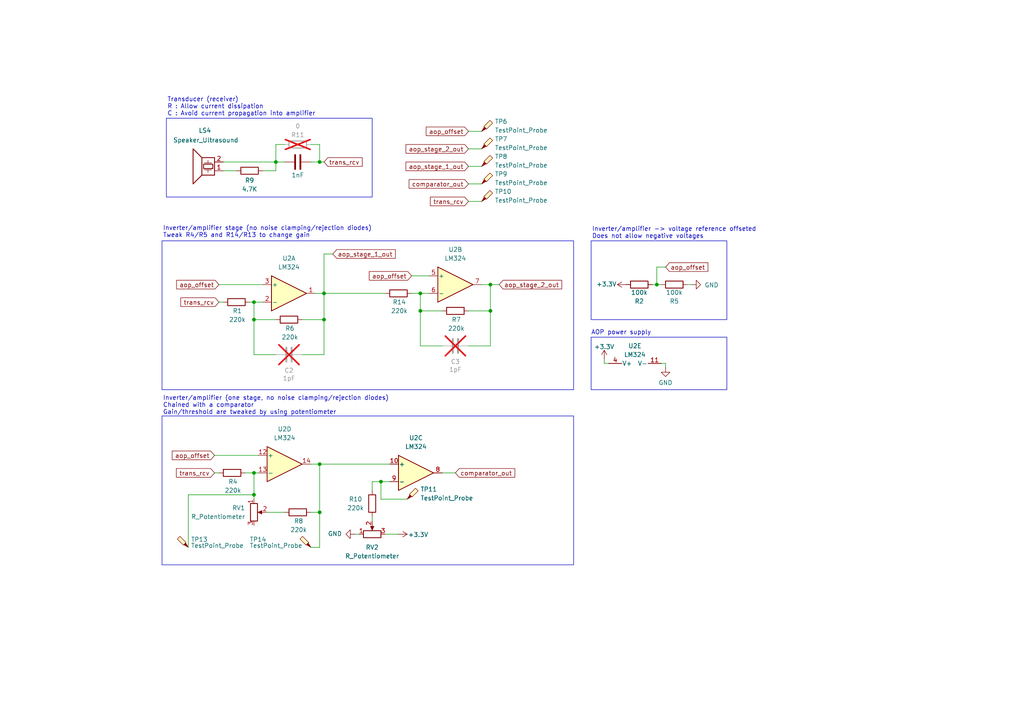
<source format=kicad_sch>
(kicad_sch (version 20250114) (generator "eeschema") (generator_version "9.0")
  (paper "A4")
  (lib_symbols
    (symbol "Amplifier_Operational:LM324" (pin_names (offset 0.127))
      (property "Reference" "U" (at 0 5.08 0))
      (property "Value" "LM324" (at 0 -5.08 0))
      (symbol "LM324_1_1"
        (polyline (pts (xy -5.08 5.08) (xy 5.08 0) (xy -5.08 -5.08) (xy -5.08 5.08)) (stroke (width 0.254)) (fill (type background)))
        (pin input line (at -7.62 2.54 0) (length 2.54) (name "+") (number "3"))
        (pin input line (at -7.62 -2.54 0) (length 2.54) (name "-") (number "2"))
        (pin output line (at 7.62 0 180) (length 2.54) (name "~") (number "1"))
      )
      (symbol "LM324_2_1"
        (polyline (pts (xy -5.08 5.08) (xy 5.08 0) (xy -5.08 -5.08) (xy -5.08 5.08)) (stroke (width 0.254)) (fill (type background)))
        (pin input line (at -7.62 2.54 0) (length 2.54) (name "+") (number "5"))
        (pin input line (at -7.62 -2.54 0) (length 2.54) (name "-") (number "6"))
        (pin output line (at 7.62 0 180) (length 2.54) (name "~") (number "7"))
      )
      (symbol "LM324_3_1"
        (polyline (pts (xy -5.08 5.08) (xy 5.08 0) (xy -5.08 -5.08) (xy -5.08 5.08)) (stroke (width 0.254)) (fill (type background)))
        (pin input line (at -7.62 2.54 0) (length 2.54) (name "+") (number "10"))
        (pin input line (at -7.62 -2.54 0) (length 2.54) (name "-") (number "9"))
        (pin output line (at 7.62 0 180) (length 2.54) (name "~") (number "8"))
      )
      (symbol "LM324_4_1"
        (polyline (pts (xy -5.08 5.08) (xy 5.08 0) (xy -5.08 -5.08) (xy -5.08 5.08)) (stroke (width 0.254)) (fill (type background)))
        (pin input line (at -7.62 2.54 0) (length 2.54) (name "+") (number "12"))
        (pin input line (at -7.62 -2.54 0) (length 2.54) (name "-") (number "13"))
        (pin output line (at 7.62 0 180) (length 2.54) (name "~") (number "14"))
      )
      (symbol "LM324_5_1"
        (pin power_in line (at -2.54 7.62 270) (length 3.81) (name "V+") (number "4"))
        (pin power_in line (at -2.54 -7.62 90) (length 3.81) (name "V-") (number "11"))
      )
    )
    (symbol "Connector:TestPoint_Probe" (pin_numbers (hide yes)) (pin_names (offset 0.762) (hide yes))
      (property "Reference" "TP" (at 1.651 5.842 0))
      (property "Value" "TestPoint_Probe" (at 1.651 4.064 0))
      (symbol "TestPoint_Probe_0_1"
        (polyline (pts (xy 1.27 0.762) (xy 0 0) (xy 0.762 1.27) (xy 1.27 0.762)) (fill (type outline)))
        (polyline (pts (xy 1.397 0.635) (xy 0.635 1.397) (xy 2.413 3.175) (xy 3.175 2.413) (xy 1.397 0.635)) (fill (type background)))
      )
      (symbol "TestPoint_Probe_1_1"
        (pin passive line (at 0 0 90) (length 0) (name "1") (number "1"))
      )
    )
    (symbol "Device:C" (pin_numbers (hide yes)) (pin_names (offset 0.254))
      (property "Reference" "C" (at 0.635 2.54 0))
      (property "Value" "C" (at 0.635 -2.54 0))
      (symbol "C_0_1"
        (polyline (pts (xy -2.032 0.762) (xy 2.032 0.762)) (stroke (width 0.508)))
        (polyline (pts (xy -2.032 -0.762) (xy 2.032 -0.762)) (stroke (width 0.508)))
      )
      (symbol "C_1_1"
        (pin passive line (at 0 3.81 270) (length 2.794) (name "~") (number "1"))
        (pin passive line (at 0 -3.81 90) (length 2.794) (name "~") (number "2"))
      )
    )
    (symbol "Device:R" (pin_numbers (hide yes)) (pin_names (offset 0))
      (property "Reference" "R" (at 2.032 0 90))
      (property "Value" "R" (at 0 0 90))
      (symbol "R_0_1"
        (rectangle (start -1.016 -2.54) (end 1.016 2.54) (stroke (width 0.254)))
      )
      (symbol "R_1_1"
        (pin passive line (at 0 3.81 270) (length 1.27) (name "~") (number "1"))
        (pin passive line (at 0 -3.81 90) (length 1.27) (name "~") (number "2"))
      )
    )
    (symbol "Device:R_Potentiometer" (pin_names (offset 1.016) (hide yes))
      (property "Reference" "RV" (at -4.445 0 90))
      (property "Value" "R_Potentiometer" (at -2.54 0 90))
      (symbol "R_Potentiometer_0_1"
        (rectangle (start 1.016 2.54) (end -1.016 -2.54) (stroke (width 0.254)))
        (polyline (pts (xy 1.143 0) (xy 2.286 0.508) (xy 2.286 -0.508) (xy 1.143 0)) (fill (type outline)))
        (polyline (pts (xy 2.54 0) (xy 1.524 0)))
      )
      (symbol "R_Potentiometer_1_1"
        (pin passive line (at 0 3.81 270) (length 1.27) (name "1") (number "1"))
        (pin passive line (at 0 -3.81 90) (length 1.27) (name "3") (number "3"))
        (pin passive line (at 3.81 0 180) (length 1.27) (name "2") (number "2"))
      )
    )
    (symbol "Device:Speaker_Ultrasound" (pin_names (offset 0) (hide yes))
      (property "Reference" "LS" (at 0.635 5.715 0))
      (property "Value" "Speaker_Ultrasound" (at 0.635 3.81 0))
      (symbol "Speaker_Ultrasound_0_0"
        (rectangle (start -2.54 1.27) (end 1.143 -3.81) (stroke (width 0.254)))
        (rectangle (start -2.032 -0.635) (end 0.635 -1.905) (stroke (width 0.254)))
        (polyline (pts (xy -1.651 -0.254) (xy 0.381 -0.254)))
        (polyline (pts (xy -1.651 -2.286) (xy 0.381 -2.286)))
        (polyline (pts (xy -0.635 -0.254) (xy -0.635 0.508)))
        (polyline (pts (xy -0.635 -2.286) (xy -0.635 -3.048)))
        (polyline (pts (xy 1.143 1.27) (xy 3.683 3.81) (xy 3.683 -6.35) (xy 1.143 -3.81)) (stroke (width 0.254)))
      )
      (symbol "Speaker_Ultrasound_1_1"
        (pin input line (at -5.08 0 0) (length 2.54) (name "1") (number "1"))
        (pin input line (at -5.08 -2.54 0) (length 2.54) (name "2") (number "2"))
      )
    )
    (symbol "power:+3.3V" (power) (pin_numbers (hide yes)) (pin_names (offset 0) (hide yes))
      (property "Value" "+3.3V" (at 0 3.556 0))
      (symbol "+3.3V_0_1"
        (polyline (pts (xy -0.762 1.27) (xy 0 2.54)))
        (polyline (pts (xy 0 2.54) (xy 0.762 1.27)))
        (polyline (pts (xy 0 0) (xy 0 2.54)))
      )
      (symbol "+3.3V_1_1"
        (pin power_in line (at 0 0 90) (length 0) (name "~") (number "1"))
      )
    )
    (symbol "power:GND" (power) (pin_numbers (hide yes)) (pin_names (offset 0) (hide yes))
      (property "Value" "GND" (at 0 -3.81 0))
      (symbol "GND_0_1"
        (polyline (pts (xy 0 0) (xy 0 -1.27) (xy 1.27 -1.27) (xy 0 -2.54) (xy -1.27 -1.27) (xy 0 -1.27)))
      )
      (symbol "GND_1_1"
        (pin power_in line (at 0 0 270) (length 0) (name "~") (number "1"))
      )
    )
  )
  (rectangle (start 171.45 69.85) (end 210.82 92.71))
  (rectangle (start 46.99 120.65) (end 166.37 163.83))
  (rectangle (start 171.45 97.79) (end 210.82 113.03))
  (rectangle (start 48.26 34.29) (end 107.95 57.15))
  (rectangle (start 46.99 69.85) (end 166.37 113.03))
  (text "Inverter/amplifier -> voltage reference offseted\nDoes not allow negative voltages" (at 171.704 67.564 0) (effects (font (size 1.27 1.27)) (justify left)))
  (text "Inverter/amplifier (one stage, no noise clamping/rejection diodes)\nChained with a comparator\nGain/threshold are tweaked by using potentiometer" (at 47.244 117.602 0) (effects (font (size 1.27 1.27)) (justify left)))
  (text "AOP power supply" (at 171.45 96.52 0) (effects (font (size 1.27 1.27)) (justify left)))
  (text "Inverter/amplifier stage (no noise clamping/rejection diodes)\nTweak R4/R5 and R14/R13 to change gain" (at 47.244 67.31 0) (effects (font (size 1.27 1.27)) (justify left)))
  (text "Transducer (receiver)\nR : Allow current dissipation\nC : Avoid current propagation into amplifier" (at 48.514 30.988 0) (effects (font (size 1.27 1.27)) (justify left)))
  (junction (at 73.66 143.51))
  (junction (at 121.92 85.09))
  (junction (at 190.5 82.55))
  (junction (at 80.01 46.99))
  (junction (at 142.24 82.55))
  (junction (at 92.71 134.62))
  (junction (at 93.98 85.09))
  (junction (at 142.24 90.17))
  (junction (at 73.66 87.63))
  (junction (at 92.71 148.59))
  (junction (at 73.66 137.16))
  (junction (at 92.71 46.99))
  (junction (at 121.92 90.17))
  (junction (at 73.66 92.71))
  (junction (at 93.98 92.71))
  (junction (at 110.49 139.7))
  (wire (pts (xy 121.92 90.17) (xy 128.27 90.17)))
  (wire (pts (xy 102.87 154.94) (xy 104.14 154.94)))
  (wire (pts (xy 62.23 137.16) (xy 63.5 137.16)))
  (wire (pts (xy 119.38 85.09) (xy 121.92 85.09)))
  (wire (pts (xy 73.66 102.87) (xy 73.66 92.71)))
  (wire (pts (xy 72.39 87.63) (xy 73.66 87.63)))
  (wire (pts (xy 135.89 58.42) (xy 139.7 58.42)))
  (wire (pts (xy 80.01 102.87) (xy 73.66 102.87)))
  (wire (pts (xy 107.95 151.13) (xy 107.95 149.86)))
  (wire (pts (xy 110.49 144.78) (xy 110.49 139.7)))
  (wire (pts (xy 77.47 148.59) (xy 82.55 148.59)))
  (wire (pts (xy 54.61 158.75) (xy 54.61 143.51)))
  (wire (pts (xy 93.98 102.87) (xy 93.98 92.71)))
  (wire (pts (xy 135.89 38.1) (xy 139.7 38.1)))
  (wire (pts (xy 63.5 82.55) (xy 76.2 82.55)))
  (wire (pts (xy 92.71 148.59) (xy 90.17 148.59)))
  (wire (pts (xy 63.5 87.63) (xy 64.77 87.63)))
  (wire (pts (xy 142.24 90.17) (xy 142.24 82.55)))
  (wire (pts (xy 62.23 132.08) (xy 74.93 132.08)))
  (wire (pts (xy 139.7 82.55) (xy 142.24 82.55)))
  (wire (pts (xy 142.24 82.55) (xy 144.78 82.55)))
  (wire (pts (xy 190.5 77.47) (xy 193.04 77.47)))
  (wire (pts (xy 135.89 90.17) (xy 142.24 90.17)))
  (wire (pts (xy 93.98 73.66) (xy 96.52 73.66)))
  (wire (pts (xy 135.89 100.33) (xy 142.24 100.33)))
  (wire (pts (xy 80.01 49.53) (xy 80.01 46.99)))
  (wire (pts (xy 73.66 87.63) (xy 73.66 92.71)))
  (wire (pts (xy 92.71 134.62) (xy 113.03 134.62)))
  (wire (pts (xy 110.49 139.7) (xy 113.03 139.7)))
  (wire (pts (xy 73.66 137.16) (xy 74.93 137.16)))
  (wire (pts (xy 135.89 43.18) (xy 139.7 43.18)))
  (wire (pts (xy 93.98 92.71) (xy 93.98 85.09)))
  (wire (pts (xy 193.04 105.41) (xy 193.04 106.68)))
  (wire (pts (xy 190.5 82.55) (xy 191.77 82.55)))
  (wire (pts (xy 107.95 139.7) (xy 110.49 139.7)))
  (wire (pts (xy 73.66 143.51) (xy 73.66 144.78)))
  (wire (pts (xy 73.66 87.63) (xy 76.2 87.63)))
  (wire (pts (xy 135.89 53.34) (xy 139.7 53.34)))
  (wire (pts (xy 107.95 142.24) (xy 107.95 139.7)))
  (wire (pts (xy 93.98 73.66) (xy 93.98 85.09)))
  (wire (pts (xy 54.61 143.51) (xy 73.66 143.51)))
  (wire (pts (xy 119.38 80.01) (xy 124.46 80.01)))
  (wire (pts (xy 175.26 105.41) (xy 176.53 105.41)))
  (wire (pts (xy 80.01 46.99) (xy 80.01 41.91)))
  (wire (pts (xy 175.26 105.41) (xy 175.26 104.14)))
  (wire (pts (xy 111.76 154.94) (xy 115.57 154.94)))
  (wire (pts (xy 92.71 134.62) (xy 90.17 134.62)))
  (wire (pts (xy 121.92 85.09) (xy 124.46 85.09)))
  (wire (pts (xy 142.24 100.33) (xy 142.24 90.17)))
  (wire (pts (xy 90.17 41.91) (xy 92.71 41.91)))
  (wire (pts (xy 87.63 102.87) (xy 93.98 102.87)))
  (wire (pts (xy 92.71 158.75) (xy 90.17 158.75)))
  (wire (pts (xy 64.77 49.53) (xy 68.58 49.53)))
  (wire (pts (xy 90.17 46.99) (xy 92.71 46.99)))
  (wire (pts (xy 92.71 148.59) (xy 92.71 134.62)))
  (wire (pts (xy 64.77 46.99) (xy 80.01 46.99)))
  (wire (pts (xy 190.5 82.55) (xy 190.5 77.47)))
  (wire (pts (xy 121.92 85.09) (xy 121.92 90.17)))
  (wire (pts (xy 93.98 85.09) (xy 91.44 85.09)))
  (wire (pts (xy 110.49 144.78) (xy 118.11 144.78)))
  (wire (pts (xy 92.71 41.91) (xy 92.71 46.99)))
  (wire (pts (xy 191.77 105.41) (xy 193.04 105.41)))
  (wire (pts (xy 128.27 100.33) (xy 121.92 100.33)))
  (wire (pts (xy 76.2 49.53) (xy 80.01 49.53)))
  (wire (pts (xy 80.01 41.91) (xy 82.55 41.91)))
  (wire (pts (xy 80.01 46.99) (xy 82.55 46.99)))
  (wire (pts (xy 92.71 148.59) (xy 92.71 158.75)))
  (wire (pts (xy 73.66 92.71) (xy 80.01 92.71)))
  (wire (pts (xy 73.66 137.16) (xy 73.66 143.51)))
  (wire (pts (xy 71.12 137.16) (xy 73.66 137.16)))
  (wire (pts (xy 121.92 100.33) (xy 121.92 90.17)))
  (wire (pts (xy 93.98 85.09) (xy 111.76 85.09)))
  (wire (pts (xy 128.27 137.16) (xy 132.08 137.16)))
  (wire (pts (xy 135.89 48.26) (xy 139.7 48.26)))
  (wire (pts (xy 189.23 82.55) (xy 190.5 82.55)))
  (wire (pts (xy 92.71 46.99) (xy 93.98 46.99)))
  (wire (pts (xy 87.63 92.71) (xy 93.98 92.71)))
  (wire (pts (xy 200.66 82.55) (xy 199.39 82.55)))
  (global_label "comparator_out" (shape input) (at 132.08 137.16 0) (property "Intersheetrefs" "${INTERSHEET_REFS}" (effects (hide yes))))
  (global_label "aop_offset" (shape input) (at 119.38 80.01 180) (property "Intersheetrefs" "${INTERSHEET_REFS}" (effects (hide yes))))
  (global_label "trans_rcv" (shape input) (at 63.5 87.63 180) (property "Intersheetrefs" "${INTERSHEET_REFS}" (effects (hide yes))))
  (global_label "aop_offset" (shape input) (at 62.23 132.08 180) (property "Intersheetrefs" "${INTERSHEET_REFS}" (effects (hide yes))))
  (global_label "comparator_out" (shape input) (at 135.89 53.34 180) (property "Intersheetrefs" "${INTERSHEET_REFS}" (effects (hide yes))))
  (global_label "aop_stage_2_out" (shape input) (at 144.78 82.55 0) (property "Intersheetrefs" "${INTERSHEET_REFS}" (effects (hide yes))))
  (global_label "aop_stage_2_out" (shape input) (at 135.89 43.18 180) (property "Intersheetrefs" "${INTERSHEET_REFS}" (effects (hide yes))))
  (global_label "aop_offset" (shape input) (at 135.89 38.1 180) (property "Intersheetrefs" "${INTERSHEET_REFS}" (effects (hide yes))))
  (global_label "trans_rcv" (shape input) (at 93.98 46.99 0) (property "Intersheetrefs" "${INTERSHEET_REFS}" (effects (hide yes))))
  (global_label "trans_rcv" (shape input) (at 135.89 58.42 180) (property "Intersheetrefs" "${INTERSHEET_REFS}" (effects (hide yes))))
  (global_label "aop_offset" (shape input) (at 63.5 82.55 180) (property "Intersheetrefs" "${INTERSHEET_REFS}" (effects (hide yes))))
  (global_label "aop_stage_1_out" (shape input) (at 96.52 73.66 0) (property "Intersheetrefs" "${INTERSHEET_REFS}" (effects (hide yes))))
  (global_label "trans_rcv" (shape input) (at 62.23 137.16 180) (property "Intersheetrefs" "${INTERSHEET_REFS}" (effects (hide yes))))
  (global_label "aop_offset" (shape input) (at 193.04 77.47 0) (property "Intersheetrefs" "${INTERSHEET_REFS}" (effects (hide yes))))
  (global_label "aop_stage_1_out" (shape input) (at 135.89 48.26 180) (property "Intersheetrefs" "${INTERSHEET_REFS}" (effects (hide yes))))
  (symbol (lib_id "Device:R") (at 68.58 87.63 90) (unit 1)
    (property "Reference" "R1" (at 68.834 90.17 90))
    (property "Value" "220k" (at 68.834 92.71 90))
    (property "Footprint" "Resistor_THT:R_Axial_DIN0207_L6.3mm_D2.5mm_P10.16mm_Horizontal" (effects (hide yes)))
    (property "Description" "Resistor" (effects (hide yes)))
  )
  (symbol (lib_id "Connector:TestPoint_Probe") (at 118.11 144.78 0) (unit 1)
    (property "Reference" "TP11" (at 121.92 141.9224 0) (effects (justify left)))
    (property "Value" "TestPoint_Probe" (at 121.92 144.4624 0) (effects (justify left)))
    (property "Footprint" "TestPoint:TestPoint_THTPad_3.0x3.0mm_Drill1.5mm" (effects (hide yes)))
    (property "Description" "test point (alternative probe-style design)" (effects (hide yes)))
  )
  (symbol (lib_id "power:+3.3V") (at 181.61 82.55 90) (unit 1)
    (property "Reference" "#PWR012" (effects (hide yes)))
    (property "Value" "+3.3V" (at 175.895 82.423 90))
    (property "Description" "Power symbol creates a global label with name \"+3.3V\"" (effects (hide yes)))
  )
  (symbol (lib_id "Device:R") (at 185.42 82.55 270) (unit 1)
    (property "Reference" "R2" (at 185.42 87.376 90))
    (property "Value" "100k" (at 185.42 84.836 90))
    (property "Footprint" "Resistor_THT:R_Axial_DIN0207_L6.3mm_D2.5mm_P10.16mm_Horizontal" (effects (hide yes)))
    (property "Description" "Resistor" (effects (hide yes)))
  )
  (symbol (lib_id "Device:R_Potentiometer") (at 107.95 154.94 90) (unit 1)
    (property "Reference" "RV2" (at 107.95 158.75 90))
    (property "Value" "R_Potentiometer" (at 107.95 161.29 90))
    (property "Footprint" "Potentiometer_THT:Potentiometer_Bourns_PTV09A-1_Single_Vertical" (effects (hide yes)))
    (property "Description" "Potentiometer" (effects (hide yes)))
  )
  (symbol (lib_id "Device:C") (at 83.82 102.87 270) (unit 1) (dnp yes)
    (property "Reference" "C2" (at 83.82 107.442 90))
    (property "Value" "1pF" (at 83.82 109.728 90))
    (property "Footprint" "Capacitor_THT:C_Disc_D4.3mm_W1.9mm_P5.00mm" (effects (hide yes)))
    (property "Description" "Unpolarized capacitor" (effects (hide yes)))
  )
  (symbol (lib_id "Connector:TestPoint_Probe") (at 139.7 53.34 0) (unit 1)
    (property "Reference" "TP9" (at 143.51 50.4824 0) (effects (justify left)))
    (property "Value" "TestPoint_Probe" (at 143.51 53.0224 0) (effects (justify left)))
    (property "Footprint" "TestPoint:TestPoint_THTPad_3.0x3.0mm_Drill1.5mm" (effects (hide yes)))
    (property "Description" "test point (alternative probe-style design)" (effects (hide yes)))
  )
  (symbol (lib_id "power:+3.3V") (at 175.26 104.14 0) (unit 1)
    (property "Reference" "#PWR04" (effects (hide yes)))
    (property "Value" "+3.3V" (at 175.26 100.584 0))
    (property "Description" "Power symbol creates a global label with name \"+3.3V\"" (effects (hide yes)))
  )
  (symbol (lib_id "Device:C") (at 86.36 46.99 90) (unit 1)
    (property "Reference" "C10" (effects (hide yes)))
    (property "Value" "1nF" (at 86.36 50.8 90))
    (property "Footprint" "Capacitor_THT:C_Disc_D4.3mm_W1.9mm_P5.00mm" (effects (hide yes)))
    (property "Description" "Unpolarized capacitor" (effects (hide yes)))
  )
  (symbol (lib_id "Amplifier_Operational:LM324") (at 184.15 102.87 90) (unit 5)
    (property "Reference" "U2" (at 184.15 100.33 90))
    (property "Value" "LM324" (at 184.15 102.87 90))
    (property "Footprint" "LM324AN:N14" (effects (hide yes)))
    (property "Datasheet" "http://www.ti.com/lit/ds/symlink/lm2902-n.pdf" (effects (hide yes)))
    (property "Description" "Low-Power, Quad-Operational Amplifiers, DIP-14/SOIC-14/SSOP-14" (effects (hide yes)))
  )
  (symbol (lib_id "Connector:TestPoint_Probe") (at 90.17 158.75 90) (unit 1)
    (property "Reference" "TP14" (at 72.39 156.464 90) (effects (justify right)))
    (property "Value" "TestPoint_Probe" (at 72.39 158.242 90) (effects (justify right)))
    (property "Footprint" "TestPoint:TestPoint_THTPad_3.0x3.0mm_Drill1.5mm" (effects (hide yes)))
    (property "Description" "test point (alternative probe-style design)" (effects (hide yes)))
  )
  (symbol (lib_id "Device:R") (at 107.95 146.05 0) (unit 1)
    (property "Reference" "R10" (at 103.124 144.78 0))
    (property "Value" "220k" (at 103.124 147.32 0))
    (property "Footprint" "Resistor_THT:R_Axial_DIN0207_L6.3mm_D2.5mm_P10.16mm_Horizontal" (effects (hide yes)))
    (property "Description" "Resistor" (effects (hide yes)))
  )
  (symbol (lib_id "Device:R_Potentiometer") (at 73.66 148.59 0) (unit 1)
    (property "Reference" "RV1" (at 71.12 147.3199 0) (effects (justify right)))
    (property "Value" "R_Potentiometer" (at 71.12 149.8599 0) (effects (justify right)))
    (property "Footprint" "Potentiometer_THT:Potentiometer_Bourns_PTV09A-1_Single_Vertical" (effects (hide yes)))
    (property "Description" "Potentiometer" (effects (hide yes)))
  )
  (symbol (lib_id "power:+3.3V") (at 115.57 154.94 270) (unit 1)
    (property "Reference" "#PWR05" (effects (hide yes)))
    (property "Value" "+3.3V" (at 121.285 155.067 90))
    (property "Description" "Power symbol creates a global label with name \"+3.3V\"" (effects (hide yes)))
  )
  (symbol (lib_id "Connector:TestPoint_Probe") (at 139.7 58.42 0) (unit 1)
    (property "Reference" "TP10" (at 143.51 55.5624 0) (effects (justify left)))
    (property "Value" "TestPoint_Probe" (at 143.51 58.1024 0) (effects (justify left)))
    (property "Footprint" "TestPoint:TestPoint_THTPad_3.0x3.0mm_Drill1.5mm" (effects (hide yes)))
    (property "Description" "test point (alternative probe-style design)" (effects (hide yes)))
  )
  (symbol (lib_id "Device:R") (at 72.39 49.53 90) (unit 1)
    (property "Reference" "R9" (at 72.39 52.324 90))
    (property "Value" "4.7K" (at 72.39 54.864 90))
    (property "Footprint" "Resistor_THT:R_Axial_DIN0207_L6.3mm_D2.5mm_P10.16mm_Horizontal" (effects (hide yes)))
    (property "Description" "Resistor" (effects (hide yes)))
  )
  (symbol (lib_id "Device:R") (at 195.58 82.55 270) (unit 1)
    (property "Reference" "R5" (at 195.58 87.376 90))
    (property "Value" "100k" (at 195.58 84.836 90))
    (property "Footprint" "Resistor_THT:R_Axial_DIN0207_L6.3mm_D2.5mm_P10.16mm_Horizontal" (effects (hide yes)))
    (property "Description" "Resistor" (effects (hide yes)))
  )
  (symbol (lib_id "Device:Speaker_Ultrasound") (at 59.69 49.53 180) (unit 1)
    (property "Reference" "LS4" (at 59.436 37.846 0))
    (property "Value" "Speaker_Ultrasound" (at 59.69 40.64 0))
    (property "Footprint" "Connector_PinHeader_2.54mm:PinHeader_1x02_P2.54mm_Vertical" (effects (hide yes)))
    (property "Description" "Ultrasonic transducer" (effects (hide yes)))
  )
  (symbol (lib_id "Device:R") (at 132.08 90.17 90) (unit 1)
    (property "Reference" "R7" (at 132.334 92.71 90))
    (property "Value" "220k" (at 132.334 95.25 90))
    (property "Footprint" "Resistor_THT:R_Axial_DIN0207_L6.3mm_D2.5mm_P10.16mm_Horizontal" (effects (hide yes)))
    (property "Description" "Resistor" (effects (hide yes)))
  )
  (symbol (lib_id "power:GND") (at 102.87 154.94 270) (unit 1)
    (property "Reference" "#PWR06" (effects (hide yes)))
    (property "Value" "GND" (at 99.187 154.813 90) (effects (justify right)))
    (property "Description" "Power symbol creates a global label with name \"GND\" , ground" (effects (hide yes)))
  )
  (symbol (lib_id "Connector:TestPoint_Probe") (at 54.61 158.75 90) (unit 1)
    (property "Reference" "TP13" (at 55.372 156.464 90) (effects (justify right)))
    (property "Value" "TestPoint_Probe" (at 55.372 158.242 90) (effects (justify right)))
    (property "Footprint" "TestPoint:TestPoint_THTPad_3.0x3.0mm_Drill1.5mm" (effects (hide yes)))
    (property "Description" "test point (alternative probe-style design)" (effects (hide yes)))
  )
  (symbol (lib_id "Device:R") (at 86.36 41.91 270) (unit 1) (dnp yes)
    (property "Reference" "R11" (at 86.36 39.116 90))
    (property "Value" "0" (at 86.36 36.576 90))
    (property "Footprint" "Resistor_THT:R_Axial_DIN0207_L6.3mm_D2.5mm_P10.16mm_Horizontal" (effects (hide yes)))
    (property "Description" "Resistor" (effects (hide yes)))
  )
  (symbol (lib_id "Device:R") (at 67.31 137.16 90) (unit 1)
    (property "Reference" "R4" (at 67.564 139.7 90))
    (property "Value" "220k" (at 67.564 142.24 90))
    (property "Footprint" "Resistor_THT:R_Axial_DIN0207_L6.3mm_D2.5mm_P10.16mm_Horizontal" (effects (hide yes)))
    (property "Description" "Resistor" (effects (hide yes)))
  )
  (symbol (lib_id "Amplifier_Operational:LM324") (at 82.55 134.62 0) (unit 4)
    (property "Reference" "U2" (at 82.55 124.46 0))
    (property "Value" "LM324" (at 82.55 127 0))
    (property "Footprint" "LM324AN:N14" (effects (hide yes)))
    (property "Datasheet" "http://www.ti.com/lit/ds/symlink/lm2902-n.pdf" (effects (hide yes)))
    (property "Description" "Low-Power, Quad-Operational Amplifiers, DIP-14/SOIC-14/SSOP-14" (effects (hide yes)))
  )
  (symbol (lib_id "power:GND") (at 200.66 82.55 90) (unit 1)
    (property "Reference" "#PWR013" (effects (hide yes)))
    (property "Value" "GND" (at 204.343 82.677 90) (effects (justify right)))
    (property "Description" "Power symbol creates a global label with name \"GND\" , ground" (effects (hide yes)))
  )
  (symbol (lib_id "Connector:TestPoint_Probe") (at 139.7 48.26 0) (unit 1)
    (property "Reference" "TP8" (at 143.51 45.4024 0) (effects (justify left)))
    (property "Value" "TestPoint_Probe" (at 143.51 47.9424 0) (effects (justify left)))
    (property "Footprint" "TestPoint:TestPoint_THTPad_3.0x3.0mm_Drill1.5mm" (effects (hide yes)))
    (property "Description" "test point (alternative probe-style design)" (effects (hide yes)))
  )
  (symbol (lib_id "Device:R") (at 115.57 85.09 90) (unit 1)
    (property "Reference" "R14" (at 115.824 87.63 90))
    (property "Value" "220k" (at 115.824 90.17 90))
    (property "Footprint" "Resistor_THT:R_Axial_DIN0207_L6.3mm_D2.5mm_P10.16mm_Horizontal" (effects (hide yes)))
    (property "Description" "Resistor" (effects (hide yes)))
  )
  (symbol (lib_id "Connector:TestPoint_Probe") (at 139.7 38.1 0) (unit 1)
    (property "Reference" "TP6" (at 143.51 35.2424 0) (effects (justify left)))
    (property "Value" "TestPoint_Probe" (at 143.51 37.7824 0) (effects (justify left)))
    (property "Footprint" "TestPoint:TestPoint_THTPad_3.0x3.0mm_Drill1.5mm" (effects (hide yes)))
    (property "Description" "test point (alternative probe-style design)" (effects (hide yes)))
  )
  (symbol (lib_id "Amplifier_Operational:LM324") (at 120.65 137.16 0) (unit 3)
    (property "Reference" "U2" (at 120.65 127 0))
    (property "Value" "LM324" (at 120.65 129.54 0))
    (property "Footprint" "LM324AN:N14" (effects (hide yes)))
    (property "Datasheet" "http://www.ti.com/lit/ds/symlink/lm2902-n.pdf" (effects (hide yes)))
    (property "Description" "Low-Power, Quad-Operational Amplifiers, DIP-14/SOIC-14/SSOP-14" (effects (hide yes)))
  )
  (symbol (lib_id "Amplifier_Operational:LM324") (at 83.82 85.09 0) (unit 1)
    (property "Reference" "U2" (at 83.82 74.93 0))
    (property "Value" "LM324" (at 83.82 77.47 0))
    (property "Footprint" "LM324AN:N14" (effects (hide yes)))
    (property "Datasheet" "http://www.ti.com/lit/ds/symlink/lm2902-n.pdf" (effects (hide yes)))
    (property "Description" "Low-Power, Quad-Operational Amplifiers, DIP-14/SOIC-14/SSOP-14" (effects (hide yes)))
  )
  (symbol (lib_id "Device:R") (at 83.82 92.71 90) (unit 1)
    (property "Reference" "R6" (at 84.074 95.25 90))
    (property "Value" "220k" (at 84.074 97.79 90))
    (property "Footprint" "Resistor_THT:R_Axial_DIN0207_L6.3mm_D2.5mm_P10.16mm_Horizontal" (effects (hide yes)))
    (property "Description" "Resistor" (effects (hide yes)))
  )
  (symbol (lib_id "Device:R") (at 86.36 148.59 90) (unit 1)
    (property "Reference" "R8" (at 86.614 151.13 90))
    (property "Value" "220k" (at 86.614 153.67 90))
    (property "Footprint" "Resistor_THT:R_Axial_DIN0207_L6.3mm_D2.5mm_P10.16mm_Horizontal" (effects (hide yes)))
    (property "Description" "Resistor" (effects (hide yes)))
  )
  (symbol (lib_id "Device:C") (at 132.08 100.33 270) (unit 1) (dnp yes)
    (property "Reference" "C3" (at 132.08 104.902 90))
    (property "Value" "1pF" (at 132.08 107.188 90))
    (property "Footprint" "Capacitor_THT:C_Disc_D4.3mm_W1.9mm_P5.00mm" (effects (hide yes)))
    (property "Description" "Unpolarized capacitor" (effects (hide yes)))
  )
  (symbol (lib_id "power:GND") (at 193.04 106.68 0) (unit 1)
    (property "Reference" "#PWR03" (effects (hide yes)))
    (property "Value" "GND" (at 195.072 110.998 0) (effects (justify right)))
    (property "Description" "Power symbol creates a global label with name \"GND\" , ground" (effects (hide yes)))
  )
  (symbol (lib_id "Connector:TestPoint_Probe") (at 139.7 43.18 0) (unit 1)
    (property "Reference" "TP7" (at 143.51 40.3224 0) (effects (justify left)))
    (property "Value" "TestPoint_Probe" (at 143.51 42.8624 0) (effects (justify left)))
    (property "Footprint" "TestPoint:TestPoint_THTPad_3.0x3.0mm_Drill1.5mm" (effects (hide yes)))
    (property "Description" "test point (alternative probe-style design)" (effects (hide yes)))
  )
  (symbol (lib_id "Amplifier_Operational:LM324") (at 132.08 82.55 0) (unit 2)
    (property "Reference" "U2" (at 132.08 72.39 0))
    (property "Value" "LM324" (at 132.08 74.93 0))
    (property "Footprint" "LM324AN:N14" (effects (hide yes)))
    (property "Datasheet" "http://www.ti.com/lit/ds/symlink/lm2902-n.pdf" (effects (hide yes)))
    (property "Description" "Low-Power, Quad-Operational Amplifiers, DIP-14/SOIC-14/SSOP-14" (effects (hide yes)))
  )
)
</source>
